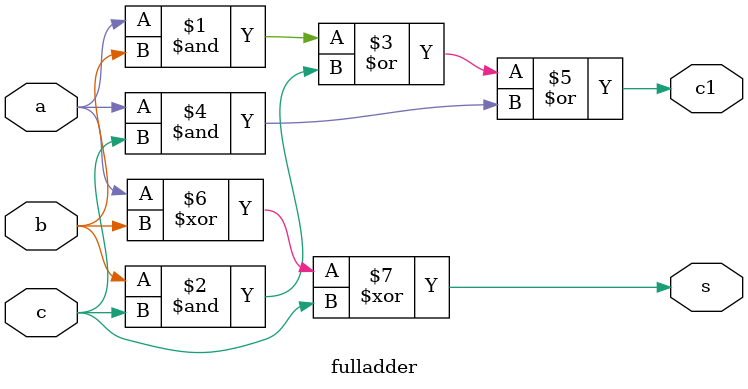
<source format=v>
module fulladder(	// file.cleaned.mlir:2:3
  input  a,	// file.cleaned.mlir:2:27
         b,	// file.cleaned.mlir:2:39
         c,	// file.cleaned.mlir:2:51
  output c1,	// file.cleaned.mlir:2:64
         s	// file.cleaned.mlir:2:77
);

  assign c1 = a & b | b & c | a & c;	// file.cleaned.mlir:4:10, :5:10, :6:10, :7:10, :8:5
  assign s = a ^ b ^ c;	// file.cleaned.mlir:3:10, :8:5
endmodule


</source>
